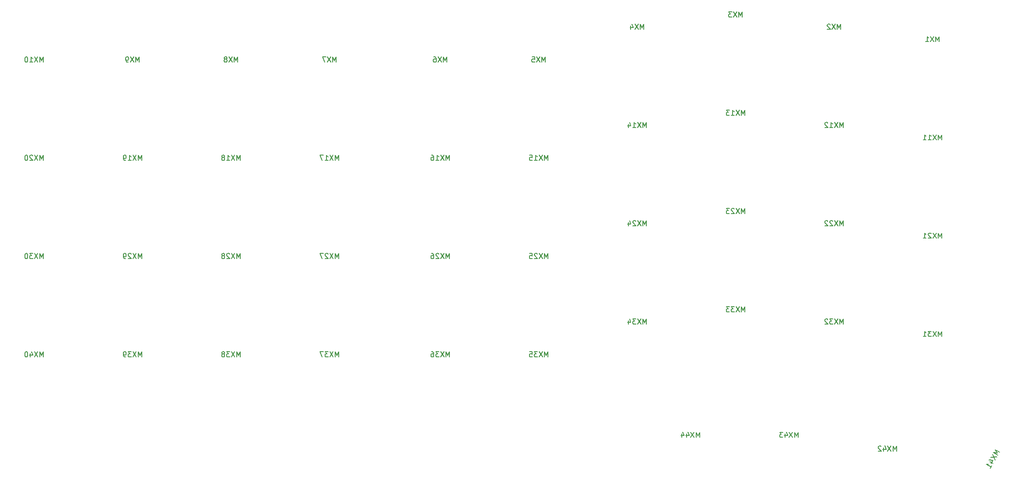
<source format=gbr>
%TF.GenerationSoftware,KiCad,Pcbnew,(5.1.9-0-10_14)*%
%TF.CreationDate,2021-04-26T22:34:41-05:00*%
%TF.ProjectId,wren-numpad-top,7772656e-2d6e-4756-9d70-61642d746f70,rev?*%
%TF.SameCoordinates,Original*%
%TF.FileFunction,Legend,Bot*%
%TF.FilePolarity,Positive*%
%FSLAX46Y46*%
G04 Gerber Fmt 4.6, Leading zero omitted, Abs format (unit mm)*
G04 Created by KiCad (PCBNEW (5.1.9-0-10_14)) date 2021-04-26 22:34:41*
%MOMM*%
%LPD*%
G01*
G04 APERTURE LIST*
%ADD10C,0.150000*%
G04 APERTURE END LIST*
%TO.C,MX21*%
D10*
X222424404Y-62841130D02*
X222424404Y-61841130D01*
X222091071Y-62555416D01*
X221757738Y-61841130D01*
X221757738Y-62841130D01*
X221376785Y-61841130D02*
X220710119Y-62841130D01*
X220710119Y-61841130D02*
X221376785Y-62841130D01*
X220376785Y-61936369D02*
X220329166Y-61888750D01*
X220233928Y-61841130D01*
X219995833Y-61841130D01*
X219900595Y-61888750D01*
X219852976Y-61936369D01*
X219805357Y-62031607D01*
X219805357Y-62126845D01*
X219852976Y-62269702D01*
X220424404Y-62841130D01*
X219805357Y-62841130D01*
X218852976Y-62841130D02*
X219424404Y-62841130D01*
X219138690Y-62841130D02*
X219138690Y-61841130D01*
X219233928Y-61983988D01*
X219329166Y-62079226D01*
X219424404Y-62126845D01*
%TO.C,MX41*%
X233607685Y-104332586D02*
X232741660Y-103832586D01*
X233193583Y-104478404D01*
X232408327Y-104409936D01*
X233274352Y-104909936D01*
X232217850Y-104739850D02*
X232750542Y-105817201D01*
X231884517Y-105317201D02*
X233083876Y-105239850D01*
X231768430Y-106184936D02*
X232345781Y-106518269D01*
X231557563Y-105788263D02*
X232295201Y-105939209D01*
X231985677Y-106475320D01*
X231821971Y-107425534D02*
X232107685Y-106930662D01*
X231964828Y-107178098D02*
X231098803Y-106678098D01*
X231270140Y-106667048D01*
X231400237Y-106632188D01*
X231489096Y-106573519D01*
%TO.C,MX10*%
X48593154Y-28709880D02*
X48593154Y-27709880D01*
X48259821Y-28424166D01*
X47926488Y-27709880D01*
X47926488Y-28709880D01*
X47545535Y-27709880D02*
X46878869Y-28709880D01*
X46878869Y-27709880D02*
X47545535Y-28709880D01*
X45974107Y-28709880D02*
X46545535Y-28709880D01*
X46259821Y-28709880D02*
X46259821Y-27709880D01*
X46355059Y-27852738D01*
X46450297Y-27947976D01*
X46545535Y-27995595D01*
X45355059Y-27709880D02*
X45259821Y-27709880D01*
X45164583Y-27757500D01*
X45116964Y-27805119D01*
X45069345Y-27900357D01*
X45021726Y-28090833D01*
X45021726Y-28328928D01*
X45069345Y-28519404D01*
X45116964Y-28614642D01*
X45164583Y-28662261D01*
X45259821Y-28709880D01*
X45355059Y-28709880D01*
X45450297Y-28662261D01*
X45497916Y-28614642D01*
X45545535Y-28519404D01*
X45593154Y-28328928D01*
X45593154Y-28090833D01*
X45545535Y-27900357D01*
X45497916Y-27805119D01*
X45450297Y-27757500D01*
X45355059Y-27709880D01*
%TO.C,MX15*%
X146224404Y-47759880D02*
X146224404Y-46759880D01*
X145891071Y-47474166D01*
X145557738Y-46759880D01*
X145557738Y-47759880D01*
X145176785Y-46759880D02*
X144510119Y-47759880D01*
X144510119Y-46759880D02*
X145176785Y-47759880D01*
X143605357Y-47759880D02*
X144176785Y-47759880D01*
X143891071Y-47759880D02*
X143891071Y-46759880D01*
X143986309Y-46902738D01*
X144081547Y-46997976D01*
X144176785Y-47045595D01*
X142700595Y-46759880D02*
X143176785Y-46759880D01*
X143224404Y-47236071D01*
X143176785Y-47188452D01*
X143081547Y-47140833D01*
X142843452Y-47140833D01*
X142748214Y-47188452D01*
X142700595Y-47236071D01*
X142652976Y-47331309D01*
X142652976Y-47569404D01*
X142700595Y-47664642D01*
X142748214Y-47712261D01*
X142843452Y-47759880D01*
X143081547Y-47759880D01*
X143176785Y-47712261D01*
X143224404Y-47664642D01*
%TO.C,MX44*%
X175586904Y-101449130D02*
X175586904Y-100449130D01*
X175253571Y-101163416D01*
X174920238Y-100449130D01*
X174920238Y-101449130D01*
X174539285Y-100449130D02*
X173872619Y-101449130D01*
X173872619Y-100449130D02*
X174539285Y-101449130D01*
X173063095Y-100782464D02*
X173063095Y-101449130D01*
X173301190Y-100401511D02*
X173539285Y-101115797D01*
X172920238Y-101115797D01*
X172110714Y-100782464D02*
X172110714Y-101449130D01*
X172348809Y-100401511D02*
X172586904Y-101115797D01*
X171967857Y-101115797D01*
%TO.C,MX43*%
X194636904Y-101449130D02*
X194636904Y-100449130D01*
X194303571Y-101163416D01*
X193970238Y-100449130D01*
X193970238Y-101449130D01*
X193589285Y-100449130D02*
X192922619Y-101449130D01*
X192922619Y-100449130D02*
X193589285Y-101449130D01*
X192113095Y-100782464D02*
X192113095Y-101449130D01*
X192351190Y-100401511D02*
X192589285Y-101115797D01*
X191970238Y-101115797D01*
X191684523Y-100449130D02*
X191065476Y-100449130D01*
X191398809Y-100830083D01*
X191255952Y-100830083D01*
X191160714Y-100877702D01*
X191113095Y-100925321D01*
X191065476Y-101020559D01*
X191065476Y-101258654D01*
X191113095Y-101353892D01*
X191160714Y-101401511D01*
X191255952Y-101449130D01*
X191541666Y-101449130D01*
X191636904Y-101401511D01*
X191684523Y-101353892D01*
%TO.C,MX42*%
X213686904Y-104116130D02*
X213686904Y-103116130D01*
X213353571Y-103830416D01*
X213020238Y-103116130D01*
X213020238Y-104116130D01*
X212639285Y-103116130D02*
X211972619Y-104116130D01*
X211972619Y-103116130D02*
X212639285Y-104116130D01*
X211163095Y-103449464D02*
X211163095Y-104116130D01*
X211401190Y-103068511D02*
X211639285Y-103782797D01*
X211020238Y-103782797D01*
X210686904Y-103211369D02*
X210639285Y-103163750D01*
X210544047Y-103116130D01*
X210305952Y-103116130D01*
X210210714Y-103163750D01*
X210163095Y-103211369D01*
X210115476Y-103306607D01*
X210115476Y-103401845D01*
X210163095Y-103544702D01*
X210734523Y-104116130D01*
X210115476Y-104116130D01*
%TO.C,MX40*%
X48593154Y-85859880D02*
X48593154Y-84859880D01*
X48259821Y-85574166D01*
X47926488Y-84859880D01*
X47926488Y-85859880D01*
X47545535Y-84859880D02*
X46878869Y-85859880D01*
X46878869Y-84859880D02*
X47545535Y-85859880D01*
X46069345Y-85193214D02*
X46069345Y-85859880D01*
X46307440Y-84812261D02*
X46545535Y-85526547D01*
X45926488Y-85526547D01*
X45355059Y-84859880D02*
X45259821Y-84859880D01*
X45164583Y-84907500D01*
X45116964Y-84955119D01*
X45069345Y-85050357D01*
X45021726Y-85240833D01*
X45021726Y-85478928D01*
X45069345Y-85669404D01*
X45116964Y-85764642D01*
X45164583Y-85812261D01*
X45259821Y-85859880D01*
X45355059Y-85859880D01*
X45450297Y-85812261D01*
X45497916Y-85764642D01*
X45545535Y-85669404D01*
X45593154Y-85478928D01*
X45593154Y-85240833D01*
X45545535Y-85050357D01*
X45497916Y-84955119D01*
X45450297Y-84907500D01*
X45355059Y-84859880D01*
%TO.C,MX39*%
X67643154Y-85859880D02*
X67643154Y-84859880D01*
X67309821Y-85574166D01*
X66976488Y-84859880D01*
X66976488Y-85859880D01*
X66595535Y-84859880D02*
X65928869Y-85859880D01*
X65928869Y-84859880D02*
X66595535Y-85859880D01*
X65643154Y-84859880D02*
X65024107Y-84859880D01*
X65357440Y-85240833D01*
X65214583Y-85240833D01*
X65119345Y-85288452D01*
X65071726Y-85336071D01*
X65024107Y-85431309D01*
X65024107Y-85669404D01*
X65071726Y-85764642D01*
X65119345Y-85812261D01*
X65214583Y-85859880D01*
X65500297Y-85859880D01*
X65595535Y-85812261D01*
X65643154Y-85764642D01*
X64547916Y-85859880D02*
X64357440Y-85859880D01*
X64262202Y-85812261D01*
X64214583Y-85764642D01*
X64119345Y-85621785D01*
X64071726Y-85431309D01*
X64071726Y-85050357D01*
X64119345Y-84955119D01*
X64166964Y-84907500D01*
X64262202Y-84859880D01*
X64452678Y-84859880D01*
X64547916Y-84907500D01*
X64595535Y-84955119D01*
X64643154Y-85050357D01*
X64643154Y-85288452D01*
X64595535Y-85383690D01*
X64547916Y-85431309D01*
X64452678Y-85478928D01*
X64262202Y-85478928D01*
X64166964Y-85431309D01*
X64119345Y-85383690D01*
X64071726Y-85288452D01*
%TO.C,MX38*%
X86693154Y-85859880D02*
X86693154Y-84859880D01*
X86359821Y-85574166D01*
X86026488Y-84859880D01*
X86026488Y-85859880D01*
X85645535Y-84859880D02*
X84978869Y-85859880D01*
X84978869Y-84859880D02*
X85645535Y-85859880D01*
X84693154Y-84859880D02*
X84074107Y-84859880D01*
X84407440Y-85240833D01*
X84264583Y-85240833D01*
X84169345Y-85288452D01*
X84121726Y-85336071D01*
X84074107Y-85431309D01*
X84074107Y-85669404D01*
X84121726Y-85764642D01*
X84169345Y-85812261D01*
X84264583Y-85859880D01*
X84550297Y-85859880D01*
X84645535Y-85812261D01*
X84693154Y-85764642D01*
X83502678Y-85288452D02*
X83597916Y-85240833D01*
X83645535Y-85193214D01*
X83693154Y-85097976D01*
X83693154Y-85050357D01*
X83645535Y-84955119D01*
X83597916Y-84907500D01*
X83502678Y-84859880D01*
X83312202Y-84859880D01*
X83216964Y-84907500D01*
X83169345Y-84955119D01*
X83121726Y-85050357D01*
X83121726Y-85097976D01*
X83169345Y-85193214D01*
X83216964Y-85240833D01*
X83312202Y-85288452D01*
X83502678Y-85288452D01*
X83597916Y-85336071D01*
X83645535Y-85383690D01*
X83693154Y-85478928D01*
X83693154Y-85669404D01*
X83645535Y-85764642D01*
X83597916Y-85812261D01*
X83502678Y-85859880D01*
X83312202Y-85859880D01*
X83216964Y-85812261D01*
X83169345Y-85764642D01*
X83121726Y-85669404D01*
X83121726Y-85478928D01*
X83169345Y-85383690D01*
X83216964Y-85336071D01*
X83312202Y-85288452D01*
%TO.C,MX37*%
X105743154Y-85859880D02*
X105743154Y-84859880D01*
X105409821Y-85574166D01*
X105076488Y-84859880D01*
X105076488Y-85859880D01*
X104695535Y-84859880D02*
X104028869Y-85859880D01*
X104028869Y-84859880D02*
X104695535Y-85859880D01*
X103743154Y-84859880D02*
X103124107Y-84859880D01*
X103457440Y-85240833D01*
X103314583Y-85240833D01*
X103219345Y-85288452D01*
X103171726Y-85336071D01*
X103124107Y-85431309D01*
X103124107Y-85669404D01*
X103171726Y-85764642D01*
X103219345Y-85812261D01*
X103314583Y-85859880D01*
X103600297Y-85859880D01*
X103695535Y-85812261D01*
X103743154Y-85764642D01*
X102790773Y-84859880D02*
X102124107Y-84859880D01*
X102552678Y-85859880D01*
%TO.C,MX36*%
X127174404Y-85859880D02*
X127174404Y-84859880D01*
X126841071Y-85574166D01*
X126507738Y-84859880D01*
X126507738Y-85859880D01*
X126126785Y-84859880D02*
X125460119Y-85859880D01*
X125460119Y-84859880D02*
X126126785Y-85859880D01*
X125174404Y-84859880D02*
X124555357Y-84859880D01*
X124888690Y-85240833D01*
X124745833Y-85240833D01*
X124650595Y-85288452D01*
X124602976Y-85336071D01*
X124555357Y-85431309D01*
X124555357Y-85669404D01*
X124602976Y-85764642D01*
X124650595Y-85812261D01*
X124745833Y-85859880D01*
X125031547Y-85859880D01*
X125126785Y-85812261D01*
X125174404Y-85764642D01*
X123698214Y-84859880D02*
X123888690Y-84859880D01*
X123983928Y-84907500D01*
X124031547Y-84955119D01*
X124126785Y-85097976D01*
X124174404Y-85288452D01*
X124174404Y-85669404D01*
X124126785Y-85764642D01*
X124079166Y-85812261D01*
X123983928Y-85859880D01*
X123793452Y-85859880D01*
X123698214Y-85812261D01*
X123650595Y-85764642D01*
X123602976Y-85669404D01*
X123602976Y-85431309D01*
X123650595Y-85336071D01*
X123698214Y-85288452D01*
X123793452Y-85240833D01*
X123983928Y-85240833D01*
X124079166Y-85288452D01*
X124126785Y-85336071D01*
X124174404Y-85431309D01*
%TO.C,MX35*%
X146224404Y-85859880D02*
X146224404Y-84859880D01*
X145891071Y-85574166D01*
X145557738Y-84859880D01*
X145557738Y-85859880D01*
X145176785Y-84859880D02*
X144510119Y-85859880D01*
X144510119Y-84859880D02*
X145176785Y-85859880D01*
X144224404Y-84859880D02*
X143605357Y-84859880D01*
X143938690Y-85240833D01*
X143795833Y-85240833D01*
X143700595Y-85288452D01*
X143652976Y-85336071D01*
X143605357Y-85431309D01*
X143605357Y-85669404D01*
X143652976Y-85764642D01*
X143700595Y-85812261D01*
X143795833Y-85859880D01*
X144081547Y-85859880D01*
X144176785Y-85812261D01*
X144224404Y-85764642D01*
X142700595Y-84859880D02*
X143176785Y-84859880D01*
X143224404Y-85336071D01*
X143176785Y-85288452D01*
X143081547Y-85240833D01*
X142843452Y-85240833D01*
X142748214Y-85288452D01*
X142700595Y-85336071D01*
X142652976Y-85431309D01*
X142652976Y-85669404D01*
X142700595Y-85764642D01*
X142748214Y-85812261D01*
X142843452Y-85859880D01*
X143081547Y-85859880D01*
X143176785Y-85812261D01*
X143224404Y-85764642D01*
%TO.C,MX34*%
X165274404Y-79509880D02*
X165274404Y-78509880D01*
X164941071Y-79224166D01*
X164607738Y-78509880D01*
X164607738Y-79509880D01*
X164226785Y-78509880D02*
X163560119Y-79509880D01*
X163560119Y-78509880D02*
X164226785Y-79509880D01*
X163274404Y-78509880D02*
X162655357Y-78509880D01*
X162988690Y-78890833D01*
X162845833Y-78890833D01*
X162750595Y-78938452D01*
X162702976Y-78986071D01*
X162655357Y-79081309D01*
X162655357Y-79319404D01*
X162702976Y-79414642D01*
X162750595Y-79462261D01*
X162845833Y-79509880D01*
X163131547Y-79509880D01*
X163226785Y-79462261D01*
X163274404Y-79414642D01*
X161798214Y-78843214D02*
X161798214Y-79509880D01*
X162036309Y-78462261D02*
X162274404Y-79176547D01*
X161655357Y-79176547D01*
%TO.C,MX33*%
X184324404Y-77128630D02*
X184324404Y-76128630D01*
X183991071Y-76842916D01*
X183657738Y-76128630D01*
X183657738Y-77128630D01*
X183276785Y-76128630D02*
X182610119Y-77128630D01*
X182610119Y-76128630D02*
X183276785Y-77128630D01*
X182324404Y-76128630D02*
X181705357Y-76128630D01*
X182038690Y-76509583D01*
X181895833Y-76509583D01*
X181800595Y-76557202D01*
X181752976Y-76604821D01*
X181705357Y-76700059D01*
X181705357Y-76938154D01*
X181752976Y-77033392D01*
X181800595Y-77081011D01*
X181895833Y-77128630D01*
X182181547Y-77128630D01*
X182276785Y-77081011D01*
X182324404Y-77033392D01*
X181372023Y-76128630D02*
X180752976Y-76128630D01*
X181086309Y-76509583D01*
X180943452Y-76509583D01*
X180848214Y-76557202D01*
X180800595Y-76604821D01*
X180752976Y-76700059D01*
X180752976Y-76938154D01*
X180800595Y-77033392D01*
X180848214Y-77081011D01*
X180943452Y-77128630D01*
X181229166Y-77128630D01*
X181324404Y-77081011D01*
X181372023Y-77033392D01*
%TO.C,MX32*%
X203374404Y-79509880D02*
X203374404Y-78509880D01*
X203041071Y-79224166D01*
X202707738Y-78509880D01*
X202707738Y-79509880D01*
X202326785Y-78509880D02*
X201660119Y-79509880D01*
X201660119Y-78509880D02*
X202326785Y-79509880D01*
X201374404Y-78509880D02*
X200755357Y-78509880D01*
X201088690Y-78890833D01*
X200945833Y-78890833D01*
X200850595Y-78938452D01*
X200802976Y-78986071D01*
X200755357Y-79081309D01*
X200755357Y-79319404D01*
X200802976Y-79414642D01*
X200850595Y-79462261D01*
X200945833Y-79509880D01*
X201231547Y-79509880D01*
X201326785Y-79462261D01*
X201374404Y-79414642D01*
X200374404Y-78605119D02*
X200326785Y-78557500D01*
X200231547Y-78509880D01*
X199993452Y-78509880D01*
X199898214Y-78557500D01*
X199850595Y-78605119D01*
X199802976Y-78700357D01*
X199802976Y-78795595D01*
X199850595Y-78938452D01*
X200422023Y-79509880D01*
X199802976Y-79509880D01*
%TO.C,MX31*%
X222424404Y-81891130D02*
X222424404Y-80891130D01*
X222091071Y-81605416D01*
X221757738Y-80891130D01*
X221757738Y-81891130D01*
X221376785Y-80891130D02*
X220710119Y-81891130D01*
X220710119Y-80891130D02*
X221376785Y-81891130D01*
X220424404Y-80891130D02*
X219805357Y-80891130D01*
X220138690Y-81272083D01*
X219995833Y-81272083D01*
X219900595Y-81319702D01*
X219852976Y-81367321D01*
X219805357Y-81462559D01*
X219805357Y-81700654D01*
X219852976Y-81795892D01*
X219900595Y-81843511D01*
X219995833Y-81891130D01*
X220281547Y-81891130D01*
X220376785Y-81843511D01*
X220424404Y-81795892D01*
X218852976Y-81891130D02*
X219424404Y-81891130D01*
X219138690Y-81891130D02*
X219138690Y-80891130D01*
X219233928Y-81033988D01*
X219329166Y-81129226D01*
X219424404Y-81176845D01*
%TO.C,MX30*%
X48593154Y-66809880D02*
X48593154Y-65809880D01*
X48259821Y-66524166D01*
X47926488Y-65809880D01*
X47926488Y-66809880D01*
X47545535Y-65809880D02*
X46878869Y-66809880D01*
X46878869Y-65809880D02*
X47545535Y-66809880D01*
X46593154Y-65809880D02*
X45974107Y-65809880D01*
X46307440Y-66190833D01*
X46164583Y-66190833D01*
X46069345Y-66238452D01*
X46021726Y-66286071D01*
X45974107Y-66381309D01*
X45974107Y-66619404D01*
X46021726Y-66714642D01*
X46069345Y-66762261D01*
X46164583Y-66809880D01*
X46450297Y-66809880D01*
X46545535Y-66762261D01*
X46593154Y-66714642D01*
X45355059Y-65809880D02*
X45259821Y-65809880D01*
X45164583Y-65857500D01*
X45116964Y-65905119D01*
X45069345Y-66000357D01*
X45021726Y-66190833D01*
X45021726Y-66428928D01*
X45069345Y-66619404D01*
X45116964Y-66714642D01*
X45164583Y-66762261D01*
X45259821Y-66809880D01*
X45355059Y-66809880D01*
X45450297Y-66762261D01*
X45497916Y-66714642D01*
X45545535Y-66619404D01*
X45593154Y-66428928D01*
X45593154Y-66190833D01*
X45545535Y-66000357D01*
X45497916Y-65905119D01*
X45450297Y-65857500D01*
X45355059Y-65809880D01*
%TO.C,MX29*%
X67643154Y-66809880D02*
X67643154Y-65809880D01*
X67309821Y-66524166D01*
X66976488Y-65809880D01*
X66976488Y-66809880D01*
X66595535Y-65809880D02*
X65928869Y-66809880D01*
X65928869Y-65809880D02*
X66595535Y-66809880D01*
X65595535Y-65905119D02*
X65547916Y-65857500D01*
X65452678Y-65809880D01*
X65214583Y-65809880D01*
X65119345Y-65857500D01*
X65071726Y-65905119D01*
X65024107Y-66000357D01*
X65024107Y-66095595D01*
X65071726Y-66238452D01*
X65643154Y-66809880D01*
X65024107Y-66809880D01*
X64547916Y-66809880D02*
X64357440Y-66809880D01*
X64262202Y-66762261D01*
X64214583Y-66714642D01*
X64119345Y-66571785D01*
X64071726Y-66381309D01*
X64071726Y-66000357D01*
X64119345Y-65905119D01*
X64166964Y-65857500D01*
X64262202Y-65809880D01*
X64452678Y-65809880D01*
X64547916Y-65857500D01*
X64595535Y-65905119D01*
X64643154Y-66000357D01*
X64643154Y-66238452D01*
X64595535Y-66333690D01*
X64547916Y-66381309D01*
X64452678Y-66428928D01*
X64262202Y-66428928D01*
X64166964Y-66381309D01*
X64119345Y-66333690D01*
X64071726Y-66238452D01*
%TO.C,MX28*%
X86693154Y-66809880D02*
X86693154Y-65809880D01*
X86359821Y-66524166D01*
X86026488Y-65809880D01*
X86026488Y-66809880D01*
X85645535Y-65809880D02*
X84978869Y-66809880D01*
X84978869Y-65809880D02*
X85645535Y-66809880D01*
X84645535Y-65905119D02*
X84597916Y-65857500D01*
X84502678Y-65809880D01*
X84264583Y-65809880D01*
X84169345Y-65857500D01*
X84121726Y-65905119D01*
X84074107Y-66000357D01*
X84074107Y-66095595D01*
X84121726Y-66238452D01*
X84693154Y-66809880D01*
X84074107Y-66809880D01*
X83502678Y-66238452D02*
X83597916Y-66190833D01*
X83645535Y-66143214D01*
X83693154Y-66047976D01*
X83693154Y-66000357D01*
X83645535Y-65905119D01*
X83597916Y-65857500D01*
X83502678Y-65809880D01*
X83312202Y-65809880D01*
X83216964Y-65857500D01*
X83169345Y-65905119D01*
X83121726Y-66000357D01*
X83121726Y-66047976D01*
X83169345Y-66143214D01*
X83216964Y-66190833D01*
X83312202Y-66238452D01*
X83502678Y-66238452D01*
X83597916Y-66286071D01*
X83645535Y-66333690D01*
X83693154Y-66428928D01*
X83693154Y-66619404D01*
X83645535Y-66714642D01*
X83597916Y-66762261D01*
X83502678Y-66809880D01*
X83312202Y-66809880D01*
X83216964Y-66762261D01*
X83169345Y-66714642D01*
X83121726Y-66619404D01*
X83121726Y-66428928D01*
X83169345Y-66333690D01*
X83216964Y-66286071D01*
X83312202Y-66238452D01*
%TO.C,MX27*%
X105743154Y-66809880D02*
X105743154Y-65809880D01*
X105409821Y-66524166D01*
X105076488Y-65809880D01*
X105076488Y-66809880D01*
X104695535Y-65809880D02*
X104028869Y-66809880D01*
X104028869Y-65809880D02*
X104695535Y-66809880D01*
X103695535Y-65905119D02*
X103647916Y-65857500D01*
X103552678Y-65809880D01*
X103314583Y-65809880D01*
X103219345Y-65857500D01*
X103171726Y-65905119D01*
X103124107Y-66000357D01*
X103124107Y-66095595D01*
X103171726Y-66238452D01*
X103743154Y-66809880D01*
X103124107Y-66809880D01*
X102790773Y-65809880D02*
X102124107Y-65809880D01*
X102552678Y-66809880D01*
%TO.C,MX26*%
X127174404Y-66809880D02*
X127174404Y-65809880D01*
X126841071Y-66524166D01*
X126507738Y-65809880D01*
X126507738Y-66809880D01*
X126126785Y-65809880D02*
X125460119Y-66809880D01*
X125460119Y-65809880D02*
X126126785Y-66809880D01*
X125126785Y-65905119D02*
X125079166Y-65857500D01*
X124983928Y-65809880D01*
X124745833Y-65809880D01*
X124650595Y-65857500D01*
X124602976Y-65905119D01*
X124555357Y-66000357D01*
X124555357Y-66095595D01*
X124602976Y-66238452D01*
X125174404Y-66809880D01*
X124555357Y-66809880D01*
X123698214Y-65809880D02*
X123888690Y-65809880D01*
X123983928Y-65857500D01*
X124031547Y-65905119D01*
X124126785Y-66047976D01*
X124174404Y-66238452D01*
X124174404Y-66619404D01*
X124126785Y-66714642D01*
X124079166Y-66762261D01*
X123983928Y-66809880D01*
X123793452Y-66809880D01*
X123698214Y-66762261D01*
X123650595Y-66714642D01*
X123602976Y-66619404D01*
X123602976Y-66381309D01*
X123650595Y-66286071D01*
X123698214Y-66238452D01*
X123793452Y-66190833D01*
X123983928Y-66190833D01*
X124079166Y-66238452D01*
X124126785Y-66286071D01*
X124174404Y-66381309D01*
%TO.C,MX25*%
X146224404Y-66809880D02*
X146224404Y-65809880D01*
X145891071Y-66524166D01*
X145557738Y-65809880D01*
X145557738Y-66809880D01*
X145176785Y-65809880D02*
X144510119Y-66809880D01*
X144510119Y-65809880D02*
X145176785Y-66809880D01*
X144176785Y-65905119D02*
X144129166Y-65857500D01*
X144033928Y-65809880D01*
X143795833Y-65809880D01*
X143700595Y-65857500D01*
X143652976Y-65905119D01*
X143605357Y-66000357D01*
X143605357Y-66095595D01*
X143652976Y-66238452D01*
X144224404Y-66809880D01*
X143605357Y-66809880D01*
X142700595Y-65809880D02*
X143176785Y-65809880D01*
X143224404Y-66286071D01*
X143176785Y-66238452D01*
X143081547Y-66190833D01*
X142843452Y-66190833D01*
X142748214Y-66238452D01*
X142700595Y-66286071D01*
X142652976Y-66381309D01*
X142652976Y-66619404D01*
X142700595Y-66714642D01*
X142748214Y-66762261D01*
X142843452Y-66809880D01*
X143081547Y-66809880D01*
X143176785Y-66762261D01*
X143224404Y-66714642D01*
%TO.C,MX24*%
X165274404Y-60459880D02*
X165274404Y-59459880D01*
X164941071Y-60174166D01*
X164607738Y-59459880D01*
X164607738Y-60459880D01*
X164226785Y-59459880D02*
X163560119Y-60459880D01*
X163560119Y-59459880D02*
X164226785Y-60459880D01*
X163226785Y-59555119D02*
X163179166Y-59507500D01*
X163083928Y-59459880D01*
X162845833Y-59459880D01*
X162750595Y-59507500D01*
X162702976Y-59555119D01*
X162655357Y-59650357D01*
X162655357Y-59745595D01*
X162702976Y-59888452D01*
X163274404Y-60459880D01*
X162655357Y-60459880D01*
X161798214Y-59793214D02*
X161798214Y-60459880D01*
X162036309Y-59412261D02*
X162274404Y-60126547D01*
X161655357Y-60126547D01*
%TO.C,MX23*%
X184324404Y-58078630D02*
X184324404Y-57078630D01*
X183991071Y-57792916D01*
X183657738Y-57078630D01*
X183657738Y-58078630D01*
X183276785Y-57078630D02*
X182610119Y-58078630D01*
X182610119Y-57078630D02*
X183276785Y-58078630D01*
X182276785Y-57173869D02*
X182229166Y-57126250D01*
X182133928Y-57078630D01*
X181895833Y-57078630D01*
X181800595Y-57126250D01*
X181752976Y-57173869D01*
X181705357Y-57269107D01*
X181705357Y-57364345D01*
X181752976Y-57507202D01*
X182324404Y-58078630D01*
X181705357Y-58078630D01*
X181372023Y-57078630D02*
X180752976Y-57078630D01*
X181086309Y-57459583D01*
X180943452Y-57459583D01*
X180848214Y-57507202D01*
X180800595Y-57554821D01*
X180752976Y-57650059D01*
X180752976Y-57888154D01*
X180800595Y-57983392D01*
X180848214Y-58031011D01*
X180943452Y-58078630D01*
X181229166Y-58078630D01*
X181324404Y-58031011D01*
X181372023Y-57983392D01*
%TO.C,MX22*%
X203374404Y-60459880D02*
X203374404Y-59459880D01*
X203041071Y-60174166D01*
X202707738Y-59459880D01*
X202707738Y-60459880D01*
X202326785Y-59459880D02*
X201660119Y-60459880D01*
X201660119Y-59459880D02*
X202326785Y-60459880D01*
X201326785Y-59555119D02*
X201279166Y-59507500D01*
X201183928Y-59459880D01*
X200945833Y-59459880D01*
X200850595Y-59507500D01*
X200802976Y-59555119D01*
X200755357Y-59650357D01*
X200755357Y-59745595D01*
X200802976Y-59888452D01*
X201374404Y-60459880D01*
X200755357Y-60459880D01*
X200374404Y-59555119D02*
X200326785Y-59507500D01*
X200231547Y-59459880D01*
X199993452Y-59459880D01*
X199898214Y-59507500D01*
X199850595Y-59555119D01*
X199802976Y-59650357D01*
X199802976Y-59745595D01*
X199850595Y-59888452D01*
X200422023Y-60459880D01*
X199802976Y-60459880D01*
%TO.C,MX20*%
X48593154Y-47759880D02*
X48593154Y-46759880D01*
X48259821Y-47474166D01*
X47926488Y-46759880D01*
X47926488Y-47759880D01*
X47545535Y-46759880D02*
X46878869Y-47759880D01*
X46878869Y-46759880D02*
X47545535Y-47759880D01*
X46545535Y-46855119D02*
X46497916Y-46807500D01*
X46402678Y-46759880D01*
X46164583Y-46759880D01*
X46069345Y-46807500D01*
X46021726Y-46855119D01*
X45974107Y-46950357D01*
X45974107Y-47045595D01*
X46021726Y-47188452D01*
X46593154Y-47759880D01*
X45974107Y-47759880D01*
X45355059Y-46759880D02*
X45259821Y-46759880D01*
X45164583Y-46807500D01*
X45116964Y-46855119D01*
X45069345Y-46950357D01*
X45021726Y-47140833D01*
X45021726Y-47378928D01*
X45069345Y-47569404D01*
X45116964Y-47664642D01*
X45164583Y-47712261D01*
X45259821Y-47759880D01*
X45355059Y-47759880D01*
X45450297Y-47712261D01*
X45497916Y-47664642D01*
X45545535Y-47569404D01*
X45593154Y-47378928D01*
X45593154Y-47140833D01*
X45545535Y-46950357D01*
X45497916Y-46855119D01*
X45450297Y-46807500D01*
X45355059Y-46759880D01*
%TO.C,MX19*%
X67643154Y-47759880D02*
X67643154Y-46759880D01*
X67309821Y-47474166D01*
X66976488Y-46759880D01*
X66976488Y-47759880D01*
X66595535Y-46759880D02*
X65928869Y-47759880D01*
X65928869Y-46759880D02*
X66595535Y-47759880D01*
X65024107Y-47759880D02*
X65595535Y-47759880D01*
X65309821Y-47759880D02*
X65309821Y-46759880D01*
X65405059Y-46902738D01*
X65500297Y-46997976D01*
X65595535Y-47045595D01*
X64547916Y-47759880D02*
X64357440Y-47759880D01*
X64262202Y-47712261D01*
X64214583Y-47664642D01*
X64119345Y-47521785D01*
X64071726Y-47331309D01*
X64071726Y-46950357D01*
X64119345Y-46855119D01*
X64166964Y-46807500D01*
X64262202Y-46759880D01*
X64452678Y-46759880D01*
X64547916Y-46807500D01*
X64595535Y-46855119D01*
X64643154Y-46950357D01*
X64643154Y-47188452D01*
X64595535Y-47283690D01*
X64547916Y-47331309D01*
X64452678Y-47378928D01*
X64262202Y-47378928D01*
X64166964Y-47331309D01*
X64119345Y-47283690D01*
X64071726Y-47188452D01*
%TO.C,MX18*%
X86693154Y-47759880D02*
X86693154Y-46759880D01*
X86359821Y-47474166D01*
X86026488Y-46759880D01*
X86026488Y-47759880D01*
X85645535Y-46759880D02*
X84978869Y-47759880D01*
X84978869Y-46759880D02*
X85645535Y-47759880D01*
X84074107Y-47759880D02*
X84645535Y-47759880D01*
X84359821Y-47759880D02*
X84359821Y-46759880D01*
X84455059Y-46902738D01*
X84550297Y-46997976D01*
X84645535Y-47045595D01*
X83502678Y-47188452D02*
X83597916Y-47140833D01*
X83645535Y-47093214D01*
X83693154Y-46997976D01*
X83693154Y-46950357D01*
X83645535Y-46855119D01*
X83597916Y-46807500D01*
X83502678Y-46759880D01*
X83312202Y-46759880D01*
X83216964Y-46807500D01*
X83169345Y-46855119D01*
X83121726Y-46950357D01*
X83121726Y-46997976D01*
X83169345Y-47093214D01*
X83216964Y-47140833D01*
X83312202Y-47188452D01*
X83502678Y-47188452D01*
X83597916Y-47236071D01*
X83645535Y-47283690D01*
X83693154Y-47378928D01*
X83693154Y-47569404D01*
X83645535Y-47664642D01*
X83597916Y-47712261D01*
X83502678Y-47759880D01*
X83312202Y-47759880D01*
X83216964Y-47712261D01*
X83169345Y-47664642D01*
X83121726Y-47569404D01*
X83121726Y-47378928D01*
X83169345Y-47283690D01*
X83216964Y-47236071D01*
X83312202Y-47188452D01*
%TO.C,MX17*%
X105743154Y-47759880D02*
X105743154Y-46759880D01*
X105409821Y-47474166D01*
X105076488Y-46759880D01*
X105076488Y-47759880D01*
X104695535Y-46759880D02*
X104028869Y-47759880D01*
X104028869Y-46759880D02*
X104695535Y-47759880D01*
X103124107Y-47759880D02*
X103695535Y-47759880D01*
X103409821Y-47759880D02*
X103409821Y-46759880D01*
X103505059Y-46902738D01*
X103600297Y-46997976D01*
X103695535Y-47045595D01*
X102790773Y-46759880D02*
X102124107Y-46759880D01*
X102552678Y-47759880D01*
%TO.C,MX16*%
X127174404Y-47759880D02*
X127174404Y-46759880D01*
X126841071Y-47474166D01*
X126507738Y-46759880D01*
X126507738Y-47759880D01*
X126126785Y-46759880D02*
X125460119Y-47759880D01*
X125460119Y-46759880D02*
X126126785Y-47759880D01*
X124555357Y-47759880D02*
X125126785Y-47759880D01*
X124841071Y-47759880D02*
X124841071Y-46759880D01*
X124936309Y-46902738D01*
X125031547Y-46997976D01*
X125126785Y-47045595D01*
X123698214Y-46759880D02*
X123888690Y-46759880D01*
X123983928Y-46807500D01*
X124031547Y-46855119D01*
X124126785Y-46997976D01*
X124174404Y-47188452D01*
X124174404Y-47569404D01*
X124126785Y-47664642D01*
X124079166Y-47712261D01*
X123983928Y-47759880D01*
X123793452Y-47759880D01*
X123698214Y-47712261D01*
X123650595Y-47664642D01*
X123602976Y-47569404D01*
X123602976Y-47331309D01*
X123650595Y-47236071D01*
X123698214Y-47188452D01*
X123793452Y-47140833D01*
X123983928Y-47140833D01*
X124079166Y-47188452D01*
X124126785Y-47236071D01*
X124174404Y-47331309D01*
%TO.C,MX14*%
X165274404Y-41409880D02*
X165274404Y-40409880D01*
X164941071Y-41124166D01*
X164607738Y-40409880D01*
X164607738Y-41409880D01*
X164226785Y-40409880D02*
X163560119Y-41409880D01*
X163560119Y-40409880D02*
X164226785Y-41409880D01*
X162655357Y-41409880D02*
X163226785Y-41409880D01*
X162941071Y-41409880D02*
X162941071Y-40409880D01*
X163036309Y-40552738D01*
X163131547Y-40647976D01*
X163226785Y-40695595D01*
X161798214Y-40743214D02*
X161798214Y-41409880D01*
X162036309Y-40362261D02*
X162274404Y-41076547D01*
X161655357Y-41076547D01*
%TO.C,MX13*%
X184324404Y-39028630D02*
X184324404Y-38028630D01*
X183991071Y-38742916D01*
X183657738Y-38028630D01*
X183657738Y-39028630D01*
X183276785Y-38028630D02*
X182610119Y-39028630D01*
X182610119Y-38028630D02*
X183276785Y-39028630D01*
X181705357Y-39028630D02*
X182276785Y-39028630D01*
X181991071Y-39028630D02*
X181991071Y-38028630D01*
X182086309Y-38171488D01*
X182181547Y-38266726D01*
X182276785Y-38314345D01*
X181372023Y-38028630D02*
X180752976Y-38028630D01*
X181086309Y-38409583D01*
X180943452Y-38409583D01*
X180848214Y-38457202D01*
X180800595Y-38504821D01*
X180752976Y-38600059D01*
X180752976Y-38838154D01*
X180800595Y-38933392D01*
X180848214Y-38981011D01*
X180943452Y-39028630D01*
X181229166Y-39028630D01*
X181324404Y-38981011D01*
X181372023Y-38933392D01*
%TO.C,MX12*%
X203374404Y-41409880D02*
X203374404Y-40409880D01*
X203041071Y-41124166D01*
X202707738Y-40409880D01*
X202707738Y-41409880D01*
X202326785Y-40409880D02*
X201660119Y-41409880D01*
X201660119Y-40409880D02*
X202326785Y-41409880D01*
X200755357Y-41409880D02*
X201326785Y-41409880D01*
X201041071Y-41409880D02*
X201041071Y-40409880D01*
X201136309Y-40552738D01*
X201231547Y-40647976D01*
X201326785Y-40695595D01*
X200374404Y-40505119D02*
X200326785Y-40457500D01*
X200231547Y-40409880D01*
X199993452Y-40409880D01*
X199898214Y-40457500D01*
X199850595Y-40505119D01*
X199802976Y-40600357D01*
X199802976Y-40695595D01*
X199850595Y-40838452D01*
X200422023Y-41409880D01*
X199802976Y-41409880D01*
%TO.C,MX11*%
X222424404Y-43791130D02*
X222424404Y-42791130D01*
X222091071Y-43505416D01*
X221757738Y-42791130D01*
X221757738Y-43791130D01*
X221376785Y-42791130D02*
X220710119Y-43791130D01*
X220710119Y-42791130D02*
X221376785Y-43791130D01*
X219805357Y-43791130D02*
X220376785Y-43791130D01*
X220091071Y-43791130D02*
X220091071Y-42791130D01*
X220186309Y-42933988D01*
X220281547Y-43029226D01*
X220376785Y-43076845D01*
X218852976Y-43791130D02*
X219424404Y-43791130D01*
X219138690Y-43791130D02*
X219138690Y-42791130D01*
X219233928Y-42933988D01*
X219329166Y-43029226D01*
X219424404Y-43076845D01*
%TO.C,MX9*%
X67166964Y-28709880D02*
X67166964Y-27709880D01*
X66833630Y-28424166D01*
X66500297Y-27709880D01*
X66500297Y-28709880D01*
X66119345Y-27709880D02*
X65452678Y-28709880D01*
X65452678Y-27709880D02*
X66119345Y-28709880D01*
X65024107Y-28709880D02*
X64833630Y-28709880D01*
X64738392Y-28662261D01*
X64690773Y-28614642D01*
X64595535Y-28471785D01*
X64547916Y-28281309D01*
X64547916Y-27900357D01*
X64595535Y-27805119D01*
X64643154Y-27757500D01*
X64738392Y-27709880D01*
X64928869Y-27709880D01*
X65024107Y-27757500D01*
X65071726Y-27805119D01*
X65119345Y-27900357D01*
X65119345Y-28138452D01*
X65071726Y-28233690D01*
X65024107Y-28281309D01*
X64928869Y-28328928D01*
X64738392Y-28328928D01*
X64643154Y-28281309D01*
X64595535Y-28233690D01*
X64547916Y-28138452D01*
%TO.C,MX8*%
X86216964Y-28709880D02*
X86216964Y-27709880D01*
X85883630Y-28424166D01*
X85550297Y-27709880D01*
X85550297Y-28709880D01*
X85169345Y-27709880D02*
X84502678Y-28709880D01*
X84502678Y-27709880D02*
X85169345Y-28709880D01*
X83978869Y-28138452D02*
X84074107Y-28090833D01*
X84121726Y-28043214D01*
X84169345Y-27947976D01*
X84169345Y-27900357D01*
X84121726Y-27805119D01*
X84074107Y-27757500D01*
X83978869Y-27709880D01*
X83788392Y-27709880D01*
X83693154Y-27757500D01*
X83645535Y-27805119D01*
X83597916Y-27900357D01*
X83597916Y-27947976D01*
X83645535Y-28043214D01*
X83693154Y-28090833D01*
X83788392Y-28138452D01*
X83978869Y-28138452D01*
X84074107Y-28186071D01*
X84121726Y-28233690D01*
X84169345Y-28328928D01*
X84169345Y-28519404D01*
X84121726Y-28614642D01*
X84074107Y-28662261D01*
X83978869Y-28709880D01*
X83788392Y-28709880D01*
X83693154Y-28662261D01*
X83645535Y-28614642D01*
X83597916Y-28519404D01*
X83597916Y-28328928D01*
X83645535Y-28233690D01*
X83693154Y-28186071D01*
X83788392Y-28138452D01*
%TO.C,MX7*%
X105266964Y-28709880D02*
X105266964Y-27709880D01*
X104933630Y-28424166D01*
X104600297Y-27709880D01*
X104600297Y-28709880D01*
X104219345Y-27709880D02*
X103552678Y-28709880D01*
X103552678Y-27709880D02*
X104219345Y-28709880D01*
X103266964Y-27709880D02*
X102600297Y-27709880D01*
X103028869Y-28709880D01*
%TO.C,MX6*%
X126698214Y-28709880D02*
X126698214Y-27709880D01*
X126364880Y-28424166D01*
X126031547Y-27709880D01*
X126031547Y-28709880D01*
X125650595Y-27709880D02*
X124983928Y-28709880D01*
X124983928Y-27709880D02*
X125650595Y-28709880D01*
X124174404Y-27709880D02*
X124364880Y-27709880D01*
X124460119Y-27757500D01*
X124507738Y-27805119D01*
X124602976Y-27947976D01*
X124650595Y-28138452D01*
X124650595Y-28519404D01*
X124602976Y-28614642D01*
X124555357Y-28662261D01*
X124460119Y-28709880D01*
X124269642Y-28709880D01*
X124174404Y-28662261D01*
X124126785Y-28614642D01*
X124079166Y-28519404D01*
X124079166Y-28281309D01*
X124126785Y-28186071D01*
X124174404Y-28138452D01*
X124269642Y-28090833D01*
X124460119Y-28090833D01*
X124555357Y-28138452D01*
X124602976Y-28186071D01*
X124650595Y-28281309D01*
%TO.C,MX5*%
X145748214Y-28709880D02*
X145748214Y-27709880D01*
X145414880Y-28424166D01*
X145081547Y-27709880D01*
X145081547Y-28709880D01*
X144700595Y-27709880D02*
X144033928Y-28709880D01*
X144033928Y-27709880D02*
X144700595Y-28709880D01*
X143176785Y-27709880D02*
X143652976Y-27709880D01*
X143700595Y-28186071D01*
X143652976Y-28138452D01*
X143557738Y-28090833D01*
X143319642Y-28090833D01*
X143224404Y-28138452D01*
X143176785Y-28186071D01*
X143129166Y-28281309D01*
X143129166Y-28519404D01*
X143176785Y-28614642D01*
X143224404Y-28662261D01*
X143319642Y-28709880D01*
X143557738Y-28709880D01*
X143652976Y-28662261D01*
X143700595Y-28614642D01*
%TO.C,MX4*%
X164798214Y-22359880D02*
X164798214Y-21359880D01*
X164464880Y-22074166D01*
X164131547Y-21359880D01*
X164131547Y-22359880D01*
X163750595Y-21359880D02*
X163083928Y-22359880D01*
X163083928Y-21359880D02*
X163750595Y-22359880D01*
X162274404Y-21693214D02*
X162274404Y-22359880D01*
X162512500Y-21312261D02*
X162750595Y-22026547D01*
X162131547Y-22026547D01*
%TO.C,MX3*%
X183848214Y-19978630D02*
X183848214Y-18978630D01*
X183514880Y-19692916D01*
X183181547Y-18978630D01*
X183181547Y-19978630D01*
X182800595Y-18978630D02*
X182133928Y-19978630D01*
X182133928Y-18978630D02*
X182800595Y-19978630D01*
X181848214Y-18978630D02*
X181229166Y-18978630D01*
X181562500Y-19359583D01*
X181419642Y-19359583D01*
X181324404Y-19407202D01*
X181276785Y-19454821D01*
X181229166Y-19550059D01*
X181229166Y-19788154D01*
X181276785Y-19883392D01*
X181324404Y-19931011D01*
X181419642Y-19978630D01*
X181705357Y-19978630D01*
X181800595Y-19931011D01*
X181848214Y-19883392D01*
%TO.C,MX2*%
X202898214Y-22359880D02*
X202898214Y-21359880D01*
X202564880Y-22074166D01*
X202231547Y-21359880D01*
X202231547Y-22359880D01*
X201850595Y-21359880D02*
X201183928Y-22359880D01*
X201183928Y-21359880D02*
X201850595Y-22359880D01*
X200850595Y-21455119D02*
X200802976Y-21407500D01*
X200707738Y-21359880D01*
X200469642Y-21359880D01*
X200374404Y-21407500D01*
X200326785Y-21455119D01*
X200279166Y-21550357D01*
X200279166Y-21645595D01*
X200326785Y-21788452D01*
X200898214Y-22359880D01*
X200279166Y-22359880D01*
%TO.C,MX1*%
X221948214Y-24741130D02*
X221948214Y-23741130D01*
X221614880Y-24455416D01*
X221281547Y-23741130D01*
X221281547Y-24741130D01*
X220900595Y-23741130D02*
X220233928Y-24741130D01*
X220233928Y-23741130D02*
X220900595Y-24741130D01*
X219329166Y-24741130D02*
X219900595Y-24741130D01*
X219614880Y-24741130D02*
X219614880Y-23741130D01*
X219710119Y-23883988D01*
X219805357Y-23979226D01*
X219900595Y-24026845D01*
%TD*%
M02*

</source>
